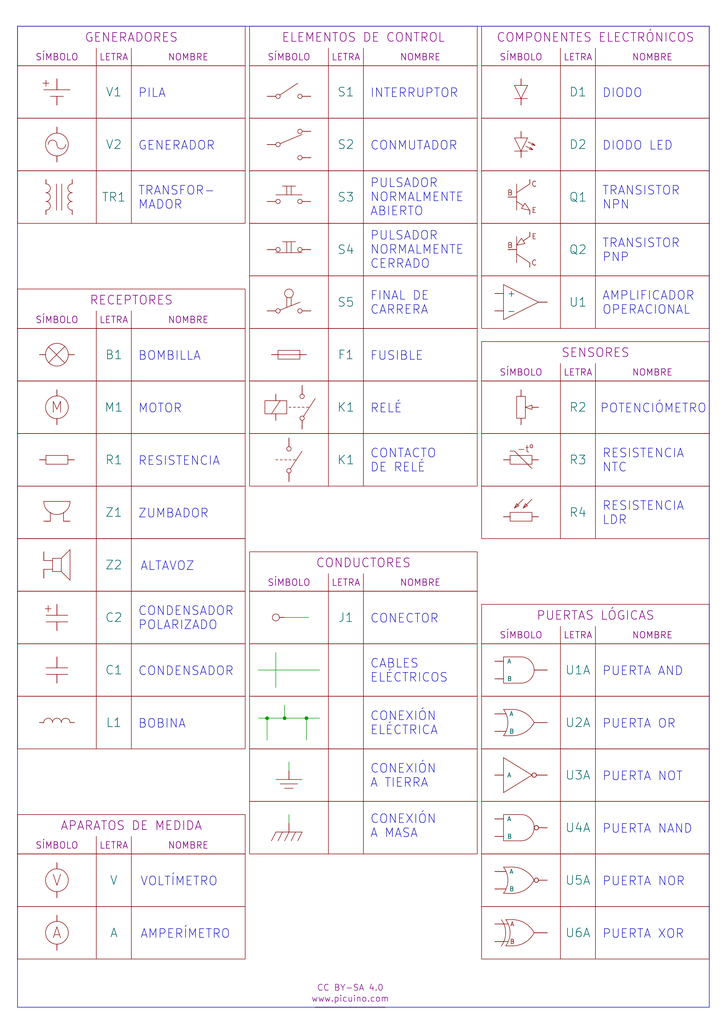
<source format=kicad_sch>
(kicad_sch (version 20230121) (generator eeschema)
  (paper "A4" portrait)
  (title_block (title "Símbolos eléctricos y electrónicos.") (date "23/10/2018") (company "www.picuino.com") (comment 1 "Copyright (c) 2018 by Carlos Pardo") (comment 2 "License CC BY-SA 4.0"))
  (lib_symbols
    (symbol "AO_1" (pin_names (offset 1.016))
      (property "Reference" "U1" (at 20.955 0 0))
      (symbol "AO_1_0_1"
        (polyline (pts (xy 0 5.08) (xy 0 -5.08) (xy 10.16 0) (xy 0 5.08)))
      )
      (symbol "AO_1_1_1"
        (pin output line (at 12.7 0 180) (length 2.54) (name "") (number ""))
        (pin input line (at -2.54 2.54 0) (length 2.54) (name "+") (number ""))
        (pin input line (at -2.54 -2.54 0) (length 2.54) (name "-") (number ""))
      )
    )
    (symbol "electric-simbolos-nombres-rescue:amperimetro-simbolos" (pin_names (offset 1.016))
      (property "Reference" "A" (at 5.08 -5.08 0))
      (symbol "amperimetro-simbolos_0_0"
        (text "A" (at 0 -5.08 0) (effects (font (size 3.175 3.175))))
      )
      (symbol "amperimetro-simbolos_0_1"
        (circle (center 0 -5.08) (radius 3.302))
      )
      (symbol "amperimetro-simbolos_1_1"
        (pin input line (at 0 -10.16 90) (length 1.778) (name "") (number ""))
        (pin input line (at 0 0 270) (length 1.778) (name "") (number ""))
      )
    )
    (symbol "electric-simbolos-nombres-rescue:condensador-simbolos" (pin_names (offset 1.016))
      (property "Reference" "C" (at 3.81 -4.445 0))
      (symbol "condensador-simbolos_0_1"
        (polyline (pts (xy -3.175 -3.175) (xy 3.175 -3.175)))
        (polyline (pts (xy 3.175 -5.08) (xy -3.175 -5.08)))
      )
      (symbol "condensador-simbolos_1_1"
        (pin input line (at 0 -7.62 90) (length 2.54) (name "") (number ""))
        (pin input line (at 0 0 270) (length 3.175) (name "") (number ""))
      )
    )
    (symbol "electric-simbolos-nombres-rescue:condensador_pol-simbolos" (pin_names (offset 1.016))
      (property "Reference" "C" (at 3.81 -4.445 0))
      (symbol "condensador_pol-simbolos_0_1"
        (polyline (pts (xy -3.175 -3.175) (xy 3.175 -3.175)))
        (polyline (pts (xy -2.54 -0.381) (xy -2.54 -2.159)))
        (polyline (pts (xy -1.651 -1.27) (xy -3.429 -1.27)))
        (polyline (pts (xy 3.175 -5.08) (xy -3.175 -5.08)))
      )
      (symbol "condensador_pol-simbolos_1_1"
        (pin input line (at 0 -7.62 90) (length 2.54) (name "") (number ""))
        (pin input line (at 0 0 270) (length 3.175) (name "") (number ""))
      )
    )
    (symbol "electric-simbolos-nombres-rescue:conector-simbolos" (pin_names (offset 1.016))
      (symbol "conector-simbolos_0_1"
        (circle (center 2.54 0) (radius 1.016))
      )
      (symbol "conector-simbolos_1_1"
        (pin input line (at 0 0 0) (length 1.524) (name "") (number ""))
      )
    )
    (symbol "electric-simbolos-nombres-rescue:diodo-simbolos" (pin_names (offset 1.016))
      (property "Reference" "D" (at 2.54 -3.81 0))
      (symbol "diodo-simbolos_0_1"
        (polyline (pts (xy 1.905 -5.715) (xy -1.905 -5.715)))
        (polyline (pts (xy 1.905 -1.905) (xy -1.905 -1.905) (xy 0 -5.715) (xy 1.905 -1.905)))
      )
      (symbol "diodo-simbolos_1_1"
        (pin input line (at 0 -7.62 90) (length 1.905) (name "") (number ""))
        (pin input line (at 0 0 270) (length 1.905) (name "") (number ""))
      )
    )
    (symbol "electric-simbolos-nombres-rescue:diodo_led-simbolos" (pin_names (offset 1.016))
      (property "Reference" "D" (at 5.08 -3.81 0))
      (symbol "diodo_led-simbolos_0_1"
        (polyline (pts (xy 1.397 -4.318) (xy 3.429 -5.334)))
        (polyline (pts (xy 1.905 -5.715) (xy -1.905 -5.715)))
        (polyline (pts (xy 2.032 -3.048) (xy 4.064 -4.064)))
        (polyline (pts (xy 3.429 -5.334) (xy 2.3622 -5.1816)))
        (polyline (pts (xy 3.429 -5.334) (xy 2.667 -4.572)))
        (polyline (pts (xy 4.064 -4.064) (xy 2.9972 -3.9116)))
        (polyline (pts (xy 4.064 -4.064) (xy 3.302 -3.302)))
        (polyline (pts (xy 1.905 -1.905) (xy -1.905 -1.905) (xy 0 -5.715) (xy 1.905 -1.905)))
      )
      (symbol "diodo_led-simbolos_1_1"
        (pin input line (at 0 -7.62 90) (length 1.905) (name "") (number ""))
        (pin input line (at 0 0 270) (length 1.905) (name "") (number ""))
      )
    )
    (symbol "electric-simbolos-nombres-rescue:final_carrera-simbolos" (pin_names (offset 1.016))
      (property "Reference" "S" (at 4.445 3.175 0))
      (symbol "final_carrera-simbolos_0_0"
        (polyline (pts (xy 5.715 1.016) (xy 5.715 3.937)))
        (polyline (pts (xy 6.985 1.524) (xy 6.985 3.937)))
        (polyline (pts (xy 9.525 2.54) (xy 3.81 0.254)))
        (circle (center 3.175 0) (radius 0.635))
        (circle (center 6.35 5.08) (radius 1.27))
        (circle (center 9.525 0) (radius 0.635))
      )
      (symbol "final_carrera-simbolos_1_1"
        (pin input line (at 0 0 0) (length 2.54) (name "") (number ""))
        (pin input line (at 12.7 0 180) (length 2.54) (name "") (number ""))
      )
    )
    (symbol "electric-simbolos-nombres-rescue:fusible-simbolos" (pin_names (offset 1.016))
      (property "Reference" "F" (at 1.905 -5.08 0))
      (symbol "fusible-simbolos_0_0"
        (polyline (pts (xy 0 -1.27) (xy 0 -8.89)))
      )
      (symbol "fusible-simbolos_0_1"
        (rectangle (start -1.27 -1.905) (end 1.27 -8.255))
      )
      (symbol "fusible-simbolos_1_1"
        (pin input line (at 0 -10.16 90) (length 1.905) (name "") (number ""))
        (pin input line (at 0 0 270) (length 1.905) (name "") (number ""))
      )
    )
    (symbol "electric-simbolos-nombres-rescue:generador-simbolos" (pin_names (offset 1.016))
      (property "Reference" "V" (at 4.445 -5.08 0))
      (symbol "generador-simbolos_0_0"
        (arc (start 0 -5.08) (mid -1.27 -3.8155) (end -2.54 -5.08))
        (arc (start 0 -5.08) (mid 1.27 -6.3445) (end 2.54 -5.08))
      )
      (symbol "generador-simbolos_0_1"
        (circle (center 0 -5.08) (radius 3.302))
      )
      (symbol "generador-simbolos_1_1"
        (pin input line (at 0 -10.16 90) (length 1.778) (name "") (number ""))
        (pin input line (at 0 0 270) (length 1.778) (name "") (number ""))
      )
    )
    (symbol "electric-simbolos-nombres-rescue:inductancia-simbolos" (pin_names (offset 1.016))
      (property "Reference" "L" (at 0.635 -5.08 0))
      (symbol "inductancia-simbolos_0_1"
        (arc (start 0 -6.35) (mid -1.2645 -7.62) (end 0 -8.89))
        (arc (start 0 -3.81) (mid -1.2645 -5.08) (end 0 -6.35))
        (arc (start 0 -1.27) (mid -1.2645 -2.54) (end 0 -3.81))
      )
      (symbol "inductancia-simbolos_1_1"
        (pin input line (at 0 -10.16 90) (length 1.27) (name "") (number ""))
        (pin input line (at 0 0 270) (length 1.27) (name "") (number ""))
      )
    )
    (symbol "electric-simbolos-nombres-rescue:lampara-simbolos" (pin_names (offset 1.016))
      (property "Reference" "L" (at 4.445 -5.08 0))
      (symbol "lampara-simbolos_0_1"
        (circle (center 0 -5.08) (radius 3.302))
        (polyline (pts (xy -2.286 -7.493) (xy 2.286 -2.921)))
        (polyline (pts (xy -2.286 -2.921) (xy 2.286 -7.493)))
      )
      (symbol "lampara-simbolos_1_1"
        (pin input line (at 0 -10.16 90) (length 1.778) (name "") (number ""))
        (pin input line (at 0 0 270) (length 1.778) (name "") (number ""))
      )
    )
    (symbol "electric-simbolos-nombres-rescue:logic_and-simbolos" (pin_names (offset 1.016))
      (property "Reference" "U1" (at 24.13 -2.54 0))
      (symbol "logic_and-simbolos_0_1"
        (polyline (pts (xy 7.62 1.27) (xy 2.54 1.27) (xy 2.54 -6.35) (xy 7.62 -6.35)))
        (arc (start 7.62 -6.35) (mid 11.4134 -2.54) (end 7.62 1.27))
      )
      (symbol "logic_and-simbolos_1_1"
        (pin output line (at 15.24 -2.54 180) (length 3.81) (name "") (number ""))
        (pin input line (at 0 0 0) (length 2.54) (name "A") (number ""))
        (pin input line (at 0 -5.08 0) (length 2.54) (name "B") (number ""))
      )
      (symbol "logic_and-simbolos_2_1"
        (pin input line (at 0 0 0) (length 2.54) (name "A") (number "4"))
        (pin input line (at 0 -5.08 0) (length 2.54) (name "B") (number "5"))
        (pin output line (at 15.24 -2.54 180) (length 3.81) (name "") (number "6"))
      )
      (symbol "logic_and-simbolos_3_1"
        (pin input line (at 0 -5.08 0) (length 2.54) (name "B") (number "10"))
        (pin output line (at 15.24 -2.54 180) (length 3.81) (name "") (number "8"))
        (pin input line (at 0 0 0) (length 2.54) (name "A") (number "9"))
      )
      (symbol "logic_and-simbolos_4_1"
        (pin output line (at 15.24 -2.54 180) (length 3.81) (name "") (number "11"))
        (pin input line (at 0 0 0) (length 2.54) (name "A") (number "12"))
        (pin input line (at 0 -5.08 0) (length 2.54) (name "B") (number "13"))
      )
    )
    (symbol "electric-simbolos-nombres-rescue:logic_nand-simbolos" (pin_names (offset 1.016))
      (property "Reference" "U4" (at 24.13 -2.54 0))
      (symbol "logic_nand-simbolos_0_1"
        (polyline (pts (xy 7.62 1.27) (xy 2.54 1.27) (xy 2.54 -6.35) (xy 7.62 -6.35)))
        (arc (start 7.62 -6.35) (mid 11.4134 -2.54) (end 7.62 1.27))
      )
      (symbol "logic_nand-simbolos_1_1"
        (pin output inverted (at 15.24 -2.54 180) (length 3.81) (name "") (number ""))
        (pin input line (at 0 0 0) (length 2.54) (name "A") (number ""))
        (pin input line (at 0 -5.08 0) (length 2.54) (name "B") (number ""))
      )
      (symbol "logic_nand-simbolos_2_1"
        (pin input line (at 0 0 0) (length 2.54) (name "A") (number "4"))
        (pin input line (at 0 -5.08 0) (length 2.54) (name "B") (number "5"))
        (pin output inverted (at 15.24 -2.54 180) (length 3.81) (name "") (number "6"))
      )
      (symbol "logic_nand-simbolos_3_1"
        (pin input line (at 0 -5.08 0) (length 2.54) (name "B") (number "10"))
        (pin output inverted (at 15.24 -2.54 180) (length 3.81) (name "") (number "8"))
        (pin input line (at 0 0 0) (length 2.54) (name "A") (number "9"))
      )
      (symbol "logic_nand-simbolos_4_1"
        (pin output inverted (at 15.24 -2.54 180) (length 3.81) (name "") (number "11"))
        (pin input line (at 0 0 0) (length 2.54) (name "A") (number "12"))
        (pin input line (at 0 -5.08 0) (length 2.54) (name "B") (number "13"))
      )
    )
    (symbol "electric-simbolos-nombres-rescue:logic_nor-simbolos" (pin_names (offset 1.016))
      (property "Reference" "U5" (at 24.13 -2.54 0))
      (symbol "logic_nor-simbolos_0_1"
        (polyline (pts (xy 2.54 -6.35) (xy 5.08 -6.35)))
        (polyline (pts (xy 5.08 1.27) (xy 2.54 1.27)))
        (arc (start 2.54 -6.35) (mid 3.81 -2.54) (end 2.54 1.27))
        (arc (start 5.08 -6.35) (mid 8.784 -5.3291) (end 11.43 -2.54))
        (arc (start 11.43 -2.54) (mid 8.7865 0.2471) (end 5.08 1.27))
      )
      (symbol "logic_nor-simbolos_1_1"
        (pin output inverted (at 15.24 -2.54 180) (length 3.81) (name "") (number ""))
        (pin input line (at 0 0 0) (length 3.175) (name "A") (number ""))
        (pin input line (at 0 -5.08 0) (length 3.175) (name "B") (number ""))
      )
      (symbol "logic_nor-simbolos_2_1"
        (pin input line (at 0 0 0) (length 3.175) (name "A") (number "4"))
        (pin input line (at 0 -5.08 0) (length 3.175) (name "B") (number "5"))
        (pin output inverted (at 15.24 -2.54 180) (length 3.81) (name "") (number "6"))
      )
      (symbol "logic_nor-simbolos_3_1"
        (pin input line (at 0 -5.08 0) (length 3.175) (name "B") (number "10"))
        (pin output inverted (at 15.24 -2.54 180) (length 3.81) (name "") (number "8"))
        (pin input line (at 0 0 0) (length 3.175) (name "A") (number "9"))
      )
      (symbol "logic_nor-simbolos_4_1"
        (pin output inverted (at 15.24 -2.54 180) (length 3.81) (name "") (number "11"))
        (pin input line (at 0 0 0) (length 3.175) (name "A") (number "12"))
        (pin input line (at 0 -5.08 0) (length 3.175) (name "B") (number "13"))
      )
    )
    (symbol "electric-simbolos-nombres-rescue:logic_not-simbolos" (pin_names (offset 1.016))
      (property "Reference" "U3" (at 24.13 -2.54 0))
      (symbol "logic_not-simbolos_0_1"
        (polyline (pts (xy 2.54 2.54) (xy 10.795 -2.54) (xy 2.54 -7.62) (xy 2.54 2.54)))
      )
      (symbol "logic_not-simbolos_1_1"
        (pin output inverted (at 15.24 -2.54 180) (length 4.445) (name "") (number ""))
        (pin input line (at 0 -2.54 0) (length 2.54) (name "A") (number ""))
      )
      (symbol "logic_not-simbolos_2_1"
        (pin input line (at 0 -2.54 0) (length 2.54) (name "A") (number "4"))
        (pin output inverted (at 15.24 -2.54 180) (length 4.445) (name "") (number "6"))
      )
      (symbol "logic_not-simbolos_3_1"
        (pin output inverted (at 15.24 -2.54 180) (length 4.445) (name "") (number "8"))
        (pin input line (at 0 -2.54 0) (length 2.54) (name "A") (number "9"))
      )
      (symbol "logic_not-simbolos_4_1"
        (pin output inverted (at 15.24 -2.54 180) (length 4.445) (name "") (number "11"))
        (pin input line (at 0 -2.54 0) (length 2.54) (name "A") (number "12"))
      )
    )
    (symbol "electric-simbolos-nombres-rescue:logic_or-simbolos" (pin_names (offset 1.016))
      (property "Reference" "U2" (at 24.13 -2.54 0))
      (symbol "logic_or-simbolos_0_1"
        (polyline (pts (xy 2.54 -6.35) (xy 5.08 -6.35)))
        (polyline (pts (xy 5.08 1.27) (xy 2.54 1.27)))
        (arc (start 2.54 -6.35) (mid 3.81 -2.54) (end 2.54 1.27))
        (arc (start 5.08 -6.35) (mid 8.784 -5.3291) (end 11.43 -2.54))
        (arc (start 11.43 -2.54) (mid 8.7865 0.2471) (end 5.08 1.27))
      )
      (symbol "logic_or-simbolos_1_1"
        (pin output line (at 15.24 -2.54 180) (length 3.81) (name "") (number ""))
        (pin input line (at 0 0 0) (length 3.175) (name "A") (number ""))
        (pin input line (at 0 -5.08 0) (length 3.175) (name "B") (number ""))
      )
      (symbol "logic_or-simbolos_2_1"
        (pin input line (at 0 0 0) (length 3.175) (name "A") (number "4"))
        (pin input line (at 0 -5.08 0) (length 3.175) (name "B") (number "5"))
        (pin output line (at 15.24 -2.54 180) (length 3.81) (name "") (number "6"))
      )
      (symbol "logic_or-simbolos_3_1"
        (pin input line (at 0 -5.08 0) (length 3.175) (name "B") (number "10"))
        (pin output line (at 15.24 -2.54 180) (length 3.81) (name "") (number "8"))
        (pin input line (at 0 0 0) (length 3.175) (name "A") (number "9"))
      )
      (symbol "logic_or-simbolos_4_1"
        (pin output line (at 15.24 -2.54 180) (length 3.81) (name "") (number "11"))
        (pin input line (at 0 0 0) (length 3.175) (name "A") (number "12"))
        (pin input line (at 0 -5.08 0) (length 3.175) (name "B") (number "13"))
      )
    )
    (symbol "electric-simbolos-nombres-rescue:logic_xor-simbolos" (pin_names (offset 1.016))
      (property "Reference" "U6" (at 24.13 -2.54 0))
      (symbol "logic_xor-simbolos_0_0"
        (text "A" (at 5.08 0 0) (effects (font (size 1.27 1.27))))
        (text "B" (at 5.08 -5.08 0) (effects (font (size 1.27 1.27))))
      )
      (symbol "logic_xor-simbolos_0_1"
        (polyline (pts (xy 3.175 -6.35) (xy 5.08 -6.35)))
        (polyline (pts (xy 3.175 1.27) (xy 5.08 1.27)))
        (polyline (pts (xy 3.81 -5.08) (xy 2.54 -5.08)))
        (polyline (pts (xy 3.81 0) (xy 2.54 0)))
        (arc (start 1.905 -6.35) (mid 3.175 -2.54) (end 1.905 1.27))
        (arc (start 3.175 -6.35) (mid 4.445 -2.54) (end 3.175 1.27))
        (arc (start 5.08 -6.35) (mid 8.784 -5.3291) (end 11.43 -2.54))
        (arc (start 11.43 -2.54) (mid 8.7865 0.2471) (end 5.08 1.27))
      )
      (symbol "logic_xor-simbolos_1_1"
        (pin input line (at 0 -5.08 0) (length 2.54) (name "") (number ""))
        (pin input line (at 0 0 0) (length 2.54) (name "") (number ""))
        (pin output line (at 15.24 -2.54 180) (length 3.81) (name "") (number ""))
      )
      (symbol "logic_xor-simbolos_2_1"
        (pin input line (at 0 0 0) (length 2.54) (name "") (number "4"))
        (pin input line (at 0 -5.08 0) (length 2.54) (name "") (number "5"))
        (pin output line (at 15.24 -2.54 180) (length 3.81) (name "") (number "6"))
      )
      (symbol "logic_xor-simbolos_3_1"
        (pin input line (at 0 -5.08 0) (length 2.54) (name "") (number "10"))
        (pin output line (at 15.24 -2.54 180) (length 3.81) (name "") (number "8"))
        (pin input line (at 0 0 0) (length 2.54) (name "") (number "9"))
      )
      (symbol "logic_xor-simbolos_4_1"
        (pin output line (at 15.24 -2.54 180) (length 3.81) (name "") (number "11"))
        (pin input line (at 0 0 0) (length 2.54) (name "") (number "12"))
        (pin input line (at 0 -5.08 0) (length 2.54) (name "") (number "13"))
      )
    )
    (symbol "electric-simbolos-nombres-rescue:marco_1-simbolos" (pin_names (offset 1.016))
      (symbol "marco_1-simbolos_0_1"
        (polyline (pts (xy 22.86 0) (xy 33.02 0) (xy 33.02 -15.24) (xy 22.86 -15.24)))
        (polyline (pts (xy 33.02 0) (xy 66.04 0) (xy 66.04 -15.24) (xy 33.02 -15.24)))
        (polyline (pts (xy 0 0) (xy 0 -15.24) (xy 22.86 -15.24) (xy 22.86 0) (xy 0 0)))
      )
    )
    (symbol "electric-simbolos-nombres-rescue:marco_2-simbolos" (pin_names (offset 1.016))
      (property "Field4" "TIPO" (at 33.02 -4.445 0))
      (property "Field5" "SÍMBOLO" (at 11.43 -11.43 0))
      (property "Field6" "LETRA" (at 27.94 -11.43 0))
      (property "Field7" "NOMBRE" (at 48.26 -11.43 0))
      (symbol "marco_2-simbolos_0_1"
        (polyline (pts (xy 22.86 -12.7) (xy 33.02 -12.7) (xy 33.02 -7.62)))
        (polyline (pts (xy 33.02 -12.7) (xy 66.04 -12.7) (xy 66.04 -7.62)))
        (polyline (pts (xy 0 -7.62) (xy 0 -12.7) (xy 22.86 -12.7) (xy 22.86 -7.62)))
        (polyline (pts (xy 66.04 -7.62) (xy 66.04 -1.27) (xy 0 -1.27) (xy 0 -7.62)))
      )
    )
    (symbol "electric-simbolos-nombres-rescue:masa-simbolos" (pin_names (offset 1.016))
      (symbol "masa-simbolos_0_0"
        (polyline (pts (xy -3.81 -2.54) (xy -5.08 -5.08)))
        (polyline (pts (xy -3.81 -2.54) (xy 3.81 -2.54)))
        (polyline (pts (xy -1.905 -2.54) (xy -3.175 -5.08)))
        (polyline (pts (xy 0 -2.54) (xy -1.27 -5.08)))
        (polyline (pts (xy 1.905 -2.54) (xy 0.635 -5.08)))
        (polyline (pts (xy 3.81 -2.54) (xy 2.54 -5.08)))
      )
      (symbol "masa-simbolos_1_1"
        (pin input line (at 0 0 270) (length 2.54) (name "") (number ""))
      )
    )
    (symbol "electric-simbolos-nombres-rescue:motor-simbolos" (pin_names (offset 1.016))
      (property "Reference" "M" (at 4.445 -5.08 0))
      (symbol "motor-simbolos_0_0"
        (text "M" (at 0 -5.08 0) (effects (font (size 3.175 3.175))))
      )
      (symbol "motor-simbolos_0_1"
        (circle (center 0 -5.08) (radius 3.302))
      )
      (symbol "motor-simbolos_1_1"
        (pin input line (at 0 -10.16 90) (length 1.778) (name "") (number ""))
        (pin input line (at 0 0 270) (length 1.778) (name "") (number ""))
      )
    )
    (symbol "electric-simbolos-nombres-rescue:pulsador_na-simbolos" (pin_names (offset 1.016))
      (property "Reference" "S" (at 1.905 3.175 0))
      (symbol "pulsador_na-simbolos_0_0"
        (polyline (pts (xy 2.54 1.905) (xy 10.16 1.905)))
        (polyline (pts (xy 4.445 4.445) (xy 8.255 4.445)))
        (polyline (pts (xy 5.715 1.905) (xy 5.715 4.445)))
        (polyline (pts (xy 6.985 4.445) (xy 6.985 1.905)))
        (circle (center 3.175 0) (radius 0.635))
        (circle (center 9.525 0) (radius 0.635))
      )
      (symbol "pulsador_na-simbolos_1_1"
        (pin input line (at 0 0 0) (length 2.54) (name "") (number ""))
        (pin input line (at 12.7 0 180) (length 2.54) (name "") (number ""))
      )
    )
    (symbol "electric-simbolos-nombres-rescue:pulsador_nc-simbolos" (pin_names (offset 1.016))
      (property "Reference" "S" (at 3.81 3.175 0))
      (symbol "pulsador_nc-simbolos_0_0"
        (polyline (pts (xy 2.54 -0.889) (xy 10.16 -0.889)))
        (polyline (pts (xy 4.445 2.286) (xy 8.255 2.286)))
        (polyline (pts (xy 5.715 -0.889) (xy 5.715 2.286)))
        (polyline (pts (xy 6.985 -0.889) (xy 6.985 2.286)))
        (circle (center 3.175 0) (radius 0.635))
        (circle (center 9.525 0) (radius 0.635))
      )
      (symbol "pulsador_nc-simbolos_1_1"
        (pin input line (at 0 0 0) (length 2.54) (name "") (number ""))
        (pin input line (at 12.7 0 180) (length 2.54) (name "") (number ""))
      )
    )
    (symbol "electric-simbolos-nombres-rescue:rele-simbolos" (pin_names (offset 1.016))
      (property "Reference" "K" (at -4.445 -3.81 0))
      (symbol "rele-simbolos_0_0"
        (rectangle (start -3.175 -1.905) (end 3.175 -5.715))
        (polyline (pts (xy 1.27 -1.905) (xy -1.27 -5.715)))
        (polyline (pts (xy 3.81 -3.81) (xy 4.445 -3.81)))
        (polyline (pts (xy 5.08 -3.81) (xy 5.715 -3.81)))
        (polyline (pts (xy 6.35 -3.81) (xy 6.985 -3.81)))
        (polyline (pts (xy 7.62 -3.81) (xy 8.255 -3.81)))
        (polyline (pts (xy 8.89 -3.81) (xy 9.525 -3.81)))
      )
      (symbol "rele-simbolos_1_0"
        (polyline (pts (xy 11.43 -1.27) (xy 8.001 -6.477)))
        (circle (center 7.62 -6.985) (radius 0.635))
        (circle (center 7.62 -0.635) (radius 0.635))
      )
      (symbol "rele-simbolos_1_1"
        (pin input line (at 0 -7.62 90) (length 1.905) (name "") (number ""))
        (pin input line (at 0 0 270) (length 1.905) (name "") (number ""))
        (pin input line (at 7.62 -10.16 90) (length 2.54) (name "") (number ""))
        (pin input line (at 7.62 2.54 270) (length 2.54) (name "") (number ""))
      )
    )
    (symbol "electric-simbolos-nombres-rescue:rele_contacto-simbolos" (pin_names (offset 1.016))
      (property "Reference" "K" (at 1.27 -1.27 0))
      (symbol "rele_contacto-simbolos_0_0"
        (polyline (pts (xy -3.81 -6.35) (xy -3.175 -6.35)))
        (polyline (pts (xy -2.54 -6.35) (xy -1.905 -6.35)))
        (polyline (pts (xy -1.27 -6.35) (xy -0.635 -6.35)))
        (polyline (pts (xy 0 -6.35) (xy 0.635 -6.35)))
        (polyline (pts (xy 1.27 -6.35) (xy 1.905 -6.35)))
      )
      (symbol "rele_contacto-simbolos_1_0"
        (circle (center 0 -9.525) (radius 0.635))
        (circle (center 0 -3.175) (radius 0.635))
        (polyline (pts (xy 3.81 -3.81) (xy 0.381 -9.017)))
      )
      (symbol "rele_contacto-simbolos_1_1"
        (pin input line (at 0 -12.7 90) (length 2.54) (name "") (number ""))
        (pin input line (at 0 0 270) (length 2.54) (name "") (number ""))
      )
    )
    (symbol "electric-simbolos-nombres-rescue:resistencia-simbolos" (pin_names (offset 1.016))
      (property "Reference" "R" (at 1.905 -5.08 0))
      (symbol "resistencia-simbolos_0_1"
        (rectangle (start -1.27 -1.905) (end 1.27 -8.255))
      )
      (symbol "resistencia-simbolos_1_1"
        (pin input line (at 0 -10.16 90) (length 1.905) (name "") (number ""))
        (pin input line (at 0 0 270) (length 1.905) (name "") (number ""))
      )
    )
    (symbol "electric-simbolos-nombres-rescue:selector-simbolos" (pin_names (offset 1.016))
      (property "Reference" "S" (at 4.445 3.175 0))
      (symbol "selector-simbolos_0_0"
        (circle (center 3.175 0) (radius 0.635))
        (circle (center 9.525 -3.81) (radius 0.635))
        (circle (center 9.525 3.81) (radius 0.635))
      )
      (symbol "selector-simbolos_0_1"
        (polyline (pts (xy 10.16 2.921) (xy 3.81 0.254)))
      )
      (symbol "selector-simbolos_1_1"
        (pin input line (at 0 0 0) (length 2.54) (name "") (number ""))
        (pin input line (at 12.7 -3.81 180) (length 2.54) (name "") (number ""))
        (pin input line (at 12.7 3.81 180) (length 2.54) (name "") (number ""))
      )
    )
    (symbol "electric-simbolos-nombres-rescue:switch-simbolos" (pin_names (offset 1.016))
      (property "Reference" "S" (at 4.445 3.175 0))
      (symbol "switch-simbolos_0_0"
        (polyline (pts (xy 8.89 3.81) (xy 3.683 0.381)))
        (circle (center 3.175 0) (radius 0.635))
        (circle (center 9.525 0) (radius 0.635))
      )
      (symbol "switch-simbolos_1_1"
        (pin input line (at 0 0 0) (length 2.54) (name "") (number ""))
        (pin input line (at 12.7 0 180) (length 2.54) (name "") (number ""))
      )
    )
    (symbol "simbolos-electricos:CopyRight" (pin_names (offset 1.016))
      (property "License" "CC BY-SA 4.0" (at -1.27 -1.27 0))
      (property "Web" "www.picuino.com" (at 0 -1.27 0))
      (symbol "CopyRight_0_1"
        (polyline (pts (xy -10.16 0) (xy 10.16 0)) (stroke (width 0.2032)))
      )
    )
    (symbol "simbolos-electricos:LDR" (pin_names (offset 1.016))
      (property "Reference" "R" (at 1.905 -5.08 0))
      (symbol "LDR_0_1"
        (rectangle (start -1.27 -1.905) (end 1.27 -8.255))
        (polyline (pts (xy -2.54 -6.985) (xy -5.08 -4.445)))
        (polyline (pts (xy -2.54 -4.445) (xy -5.08 -1.905)))
        (polyline (pts (xy -2.54 -6.985) (xy -3.175 -5.715) (xy -3.81 -6.35) (xy -2.54 -6.985)))
        (polyline (pts (xy -2.54 -4.445) (xy -3.175 -3.175) (xy -3.81 -3.81) (xy -2.54 -4.445)))
      )
      (symbol "LDR_1_1"
        (pin input line (at 0 -10.16 90) (length 1.905) (name "") (number ""))
        (pin input line (at 0 0 270) (length 1.905) (name "") (number ""))
      )
    )
    (symbol "simbolos-electricos:NPN" (pin_names (offset 1.016))
      (property "Reference" "Q1" (at 11.43 -5.08 0))
      (symbol "NPN_0_0"
        (polyline (pts (xy 4.445 -7.62) (xy 2.54 -6.35)))
        (text "C" (at 7.62 -1.27 0) (effects (font (size 1.524 1.524))))
        (text "E" (at 7.62 -8.89 0) (effects (font (size 1.524 1.524))))
      )
      (symbol "NPN_0_1"
        (polyline (pts (xy 2.54 -3.81) (xy 6.35 -1.27)))
        (polyline (pts (xy 2.54 -1.27) (xy 2.54 -8.89)))
        (polyline (pts (xy 4.953 -6.858) (xy 3.937 -8.382) (xy 6.35 -8.89) (xy 4.953 -6.858)))
      )
      (symbol "NPN_1_0"
        (text "B" (at 0.635 -3.81 0) (effects (font (size 1.524 1.524))))
      )
      (symbol "NPN_1_1"
        (pin input line (at 0 -5.08 0) (length 2.54) (name "") (number ""))
        (pin input line (at 6.35 -10.16 90) (length 1.27) (name "") (number ""))
        (pin input line (at 6.35 0 270) (length 1.27) (name "") (number ""))
      )
    )
    (symbol "simbolos-electricos:NTC" (pin_names (offset 1.016))
      (property "Reference" "R" (at 1.905 -5.08 0))
      (symbol "NTC_0_1"
        (rectangle (start -1.27 -1.905) (end 1.27 -8.255))
      )
      (symbol "NTC_1_0"
        (polyline (pts (xy -2.54 -8.255) (xy -2.54 -6.985) (xy 2.54 -1.905)))
        (text "-tº" (at -3.175 -3.81 900) (effects (font (size 1.905 1.905))))
      )
      (symbol "NTC_1_1"
        (pin input line (at 0 -10.16 90) (length 1.905) (name "") (number ""))
        (pin input line (at 0 0 270) (length 1.905) (name "") (number ""))
      )
    )
    (symbol "simbolos-electricos:PNP" (pin_names (offset 1.016))
      (property "Reference" "Q2" (at 20.32 -5.08 0))
      (symbol "PNP_0_0"
        (polyline (pts (xy 4.445 -2.54) (xy 6.35 -1.27)))
        (text "B" (at 0.635 -3.81 0) (effects (font (size 1.524 1.524))))
        (text "C" (at 7.62 -8.89 0) (effects (font (size 1.524 1.524))))
        (text "E" (at 7.62 -1.27 0) (effects (font (size 1.524 1.524))))
      )
      (symbol "PNP_0_1"
        (polyline (pts (xy 2.54 -1.27) (xy 2.54 -8.89)))
        (polyline (pts (xy 6.35 -8.89) (xy 2.54 -6.35)))
        (polyline (pts (xy 4.953 -3.302) (xy 3.937 -1.778) (xy 2.54 -3.81) (xy 4.953 -3.302)))
      )
      (symbol "PNP_1_1"
        (pin input line (at 0 -5.08 0) (length 2.54) (name "") (number ""))
        (pin input line (at 6.35 -10.16 90) (length 1.27) (name "") (number ""))
        (pin input line (at 6.35 0 270) (length 1.27) (name "") (number ""))
      )
    )
    (symbol "simbolos-electricos:Pila" (pin_names (offset 1.016))
      (property "Reference" "V" (at 5.08 -4.445 0))
      (symbol "Pila_0_1"
        (polyline (pts (xy -4.064 -1.27) (xy -2.286 -1.27)))
        (polyline (pts (xy -3.81 -3.175) (xy 3.81 -3.175)))
        (polyline (pts (xy -3.175 -0.381) (xy -3.175 -2.159)))
        (polyline (pts (xy -1.905 -5.08) (xy 1.905 -5.08)))
      )
      (symbol "Pila_1_1"
        (pin input line (at 0 -7.62 90) (length 2.54) (name "") (number ""))
        (pin input line (at 0 0 270) (length 3.175) (name "") (number ""))
      )
    )
    (symbol "simbolos-electricos:altavoz" (pin_names (offset 1.016))
      (property "Reference" "Z" (at 5.715 0.635 0))
      (symbol "altavoz_0_0"
        (polyline (pts (xy 0 -5.08) (xy 2.54 -5.08)))
        (polyline (pts (xy 0 -2.54) (xy 2.54 -2.54)))
        (polyline (pts (xy 5.08 -1.905) (xy 7.62 0.635) (xy 7.62 -8.255) (xy 5.08 -5.715)))
        (rectangle (start 2.54 -1.905) (end 5.08 -5.715))
      )
      (symbol "altavoz_1_1"
        (pin input line (at 0 -7.62 90) (length 2.54) (name "") (number ""))
        (pin input line (at 0 0 270) (length 2.54) (name "") (number ""))
      )
    )
    (symbol "simbolos-electricos:potenciometro" (pin_names (offset 1.016))
      (property "Reference" "R" (at 1.905 -1.905 0))
      (symbol "potenciometro_0_1"
        (rectangle (start -1.27 -1.905) (end 1.27 -8.255))
        (polyline (pts (xy 1.27 -5.08) (xy 3.175 -4.445) (xy 3.175 -5.715) (xy 1.27 -5.08)))
      )
      (symbol "potenciometro_1_1"
        (pin input line (at 0 -10.16 90) (length 1.905) (name "") (number ""))
        (pin input line (at 0 0 270) (length 1.905) (name "") (number ""))
        (pin input line (at 5.08 -5.08 180) (length 1.905) (name "") (number ""))
      )
    )
    (symbol "simbolos-electricos:tierra" (pin_names (offset 1.016))
      (symbol "tierra_0_0"
        (polyline (pts (xy -3.81 -2.54) (xy 3.81 -2.54)))
        (polyline (pts (xy -2.54 -3.81) (xy 2.54 -3.81)))
        (polyline (pts (xy -1.27 -5.08) (xy 1.27 -5.08)))
      )
      (symbol "tierra_1_1"
        (pin input line (at 0 0 270) (length 2.54) (name "") (number ""))
      )
    )
    (symbol "simbolos-electricos:transformador" (pin_names (offset 1.016))
      (property "Reference" "TR" (at 8.89 -5.08 0))
      (symbol "transformador_0_1"
        (arc (start 0 -8.89) (mid 1.2645 -7.62) (end 0 -6.35))
        (arc (start 0 -6.35) (mid 1.2645 -5.08) (end 0 -3.81))
        (arc (start 0 -3.81) (mid 1.2645 -2.54) (end 0 -1.27))
        (polyline (pts (xy 3.048 -1.27) (xy 3.048 -8.89)))
        (polyline (pts (xy 4.572 -1.27) (xy 4.572 -8.89)))
        (arc (start 7.62 -6.35) (mid 6.3555 -7.62) (end 7.62 -8.89))
        (arc (start 7.62 -3.81) (mid 6.3555 -5.08) (end 7.62 -6.35))
        (arc (start 7.62 -1.27) (mid 6.3555 -2.54) (end 7.62 -3.81))
      )
      (symbol "transformador_1_1"
        (pin input line (at 0 -10.16 90) (length 1.27) (name "") (number ""))
        (pin input line (at 0 0 270) (length 1.27) (name "") (number ""))
        (pin input line (at 7.62 -10.16 90) (length 1.27) (name "") (number ""))
        (pin input line (at 7.62 0 270) (length 1.27) (name "") (number ""))
      )
    )
    (symbol "simbolos-electricos:voltimetro" (pin_names (offset 1.016))
      (property "Reference" "V" (at 5.08 -5.08 0))
      (symbol "voltimetro_0_0"
        (text "V" (at 0 -5.08 0) (effects (font (size 3.175 3.175))))
      )
      (symbol "voltimetro_0_1"
        (circle (center 0 -5.08) (radius 3.302))
      )
      (symbol "voltimetro_1_1"
        (pin input line (at 0 -10.16 90) (length 1.778) (name "") (number ""))
        (pin input line (at 0 0 270) (length 1.778) (name "") (number ""))
      )
    )
    (symbol "simbolos-electricos:zumbador" (pin_names (offset 1.016))
      (property "Reference" "Z" (at 3.81 8.255 0))
      (symbol "zumbador_0_0"
        (polyline (pts (xy 0 5.715) (xy 7.62 5.715)))
        (polyline (pts (xy 1.905 0) (xy 1.905 2.54)))
        (polyline (pts (xy 5.715 0) (xy 5.715 2.54)))
        (arc (start 0 5.715) (mid 3.81 1.9216) (end 7.62 5.715))
      )
      (symbol "zumbador_1_1"
        (pin input line (at 0 0 0) (length 1.905) (name "") (number ""))
        (pin input line (at 7.62 0 180) (length 1.905) (name "") (number ""))
      )
    )
  )
  (junction (at 82.55 208.28))
  (junction (at 77.47 208.28))
  (junction (at 88.9 208.28))
  (polyline (pts (xy 205.74 292.1) (xy 205.74 7.62)))
  (wire (pts (xy 88.9 208.28) (xy 92.71 208.28)))
  (wire (pts (xy 74.93 194.31) (xy 92.71 194.31)))
  (wire (pts (xy 77.47 214.63) (xy 77.47 208.28)))
  (polyline (pts (xy 5.08 7.62) (xy 205.74 7.62)))
  (wire (pts (xy 82.55 179.07) (xy 89.535 179.07)))
  (wire (pts (xy 82.55 208.28) (xy 82.55 204.47)))
  (polyline (pts (xy 5.08 292.1) (xy 5.08 7.62)))
  (wire (pts (xy 74.93 208.28) (xy 77.47 208.28)))
  (wire (pts (xy 83.82 223.52) (xy 83.82 220.98)))
  (wire (pts (xy 83.82 238.76) (xy 83.82 236.22)))
  (wire (pts (xy 77.47 208.28) (xy 82.55 208.28)))
  (wire (pts (xy 88.9 214.63) (xy 88.9 208.28)))
  (polyline (pts (xy 5.08 292.1) (xy 205.74 292.1)))
  (wire (pts (xy 80.01 189.23) (xy 80.01 199.39)))
  (wire (pts (xy 82.55 208.28) (xy 88.9 208.28)))
  (text "BOMBILLA" (at 40.005 104.775 0) (effects (font (size 2.54 2.54)) (justify left bottom)))
  (text "PUERTA NAND" (at 174.625 241.935 0) (effects (font (size 2.54 2.54)) (justify left bottom)))
  (text "RELÉ" (at 107.315 120.015 0) (effects (font (size 2.54 2.54)) (justify left bottom)))
  (text "AMPLIFICADOR\nOPERACIONAL\n" (at 174.625 91.44 0) (effects (font (size 2.54 2.54)) (justify left bottom)))
  (text "PUERTA NOR" (at 174.625 257.175 0) (effects (font (size 2.54 2.54)) (justify left bottom)))
  (text "FUSIBLE" (at 107.315 104.775 0) (effects (font (size 2.54 2.54)) (justify left bottom)))
  (text "POTENCIÓMETRO" (at 173.99 120.015 0) (effects (font (size 2.54 2.54)) (justify left bottom)))
  (text "CONMUTADOR" (at 107.315 43.815 0) (effects (font (size 2.54 2.54)) (justify left bottom)))
  (text "TRANSISTOR\nPNP" (at 174.625 76.2 0) (effects (font (size 2.54 2.54)) (justify left bottom)))
  (text "CONEXIÓN\nA TIERRA\n" (at 107.315 228.6 0) (effects (font (size 2.54 2.54)) (justify left bottom)))
  (text "INTERRUPTOR" (at 107.315 28.575 0) (effects (font (size 2.54 2.54)) (justify left bottom)))
  (text "PUERTA OR" (at 174.625 211.455 0) (effects (font (size 2.54 2.54)) (justify left bottom)))
  (text "CONDENSADOR\nPOLARIZADO" (at 40.005 182.88 0) (effects (font (size 2.54 2.54)) (justify left bottom)))
  (text "ALTAVOZ" (at 40.64 165.735 0) (effects (font (size 2.54 2.54)) (justify left bottom)))
  (text "PILA" (at 40.005 28.575 0) (effects (font (size 2.54 2.54)) (justify left bottom)))
  (text "CONEXIÓN\nELÉCTRICA\n" (at 107.315 213.36 0) (effects (font (size 2.54 2.54)) (justify left bottom)))
  (text "MOTOR" (at 40.005 120.015 0) (effects (font (size 2.54 2.54)) (justify left bottom)))
  (text "DIODO" (at 174.625 28.575 0) (effects (font (size 2.54 2.54)) (justify left bottom)))
  (text "CABLES\nELÉCTRICOS\n" (at 107.315 198.12 0) (effects (font (size 2.54 2.54)) (justify left bottom)))
  (text "CONTACTO\nDE RELÉ" (at 107.315 137.16 0) (effects (font (size 2.54 2.54)) (justify left bottom)))
  (text "BOBINA" (at 40.005 211.455 0) (effects (font (size 2.54 2.54)) (justify left bottom)))
  (text "CONEXIÓN\nA MASA\n" (at 107.315 243.205 0) (effects (font (size 2.54 2.54)) (justify left bottom)))
  (text "DIODO LED" (at 174.625 43.815 0) (effects (font (size 2.54 2.54)) (justify left bottom)))
  (text "PUERTA AND" (at 174.625 196.215 0) (effects (font (size 2.54 2.54)) (justify left bottom)))
  (text "RESISTENCIA\nNTC" (at 174.625 137.16 0) (effects (font (size 2.54 2.54)) (justify left bottom)))
  (text "PULSADOR\nNORMALMENTE\nABIERTO" (at 107.315 62.865 0) (effects (font (size 2.54 2.54)) (justify left bottom)))
  (text "RESISTENCIA\nLDR" (at 174.625 152.4 0) (effects (font (size 2.54 2.54)) (justify left bottom)))
  (text "RESISTENCIA" (at 40.005 135.255 0) (effects (font (size 2.54 2.54)) (justify left bottom)))
  (text "ZUMBADOR\n" (at 40.005 150.495 0) (effects (font (size 2.54 2.54)) (justify left bottom)))
  (text "GENERADOR" (at 40.005 43.815 0) (effects (font (size 2.54 2.54)) (justify left bottom)))
  (text "AMPERÍMETRO" (at 40.64 272.415 0) (effects (font (size 2.54 2.54)) (justify left bottom)))
  (text "CONECTOR\n" (at 107.315 180.975 0) (effects (font (size 2.54 2.54)) (justify left bottom)))
  (text "PUERTA NOT" (at 174.625 226.695 0) (effects (font (size 2.54 2.54)) (justify left bottom)))
  (text "PULSADOR\nNORMALMENTE\nCERRADO" (at 107.315 78.105 0) (effects (font (size 2.54 2.54)) (justify left bottom)))
  (text "PUERTA XOR" (at 174.625 272.415 0) (effects (font (size 2.54 2.54)) (justify left bottom)))
  (text "TRANSISTOR\nNPN" (at 174.625 60.96 0) (effects (font (size 2.54 2.54)) (justify left bottom)))
  (text "FINAL DE\nCARRERA" (at 107.315 91.44 0) (effects (font (size 2.54 2.54)) (justify left bottom)))
  (text "CONDENSADOR" (at 40.005 196.215 0) (effects (font (size 2.54 2.54)) (justify left bottom)))
  (text "TRANSFOR-\nMADOR" (at 40.005 60.96 0) (effects (font (size 2.54 2.54)) (justify left bottom)))
  (text "VOLTÍMETRO" (at 40.64 257.175 0) (effects (font (size 2.54 2.54)) (justify left bottom)))
  (symbol (lib_id "simbolos-electricos:Pila") (at 16.51 22.86 0) (unit 1)
    (property "Reference" "V1" (at 33.02 26.67 0) (effects (font (size 2.54 2.54))))
    (property "Value" "PILA" (effects hide))
  )
  (symbol (lib_id "electric-simbolos-nombres-rescue:switch-simbolos") (at 77.47 27.94 0) (unit 1)
    (property "Reference" "S1" (at 100.33 26.67 0) (effects (font (size 2.54 2.54))))
    (property "Value" "INTERRUPTOR" (effects hide))
  )
  (symbol (lib_id "electric-simbolos-nombres-rescue:lampara-simbolos") (at 21.59 102.87 270) (unit 1)
    (property "Reference" "B1" (at 33.02 102.87 90) (effects (font (size 2.54 2.54))))
    (property "Value" "LÁMPARA" (effects hide))
  )
  (symbol (lib_id "electric-simbolos-nombres-rescue:pulsador_na-simbolos") (at 77.47 58.42 0) (unit 1)
    (property "Reference" "S3" (at 100.33 57.15 0) (effects (font (size 2.54 2.54))))
    (property "Value" "PULSADOR" (effects hide))
    (property "Valor2" "NORMALMENTE" (effects hide))
    (property "Campo5" "ABIERTO" (effects hide))
  )
  (symbol (lib_id "electric-simbolos-nombres-rescue:pulsador_nc-simbolos") (at 77.47 72.39 0) (unit 1)
    (property "Reference" "S4" (at 100.33 72.39 0) (effects (font (size 2.54 2.54))))
    (property "Value" "PULSADOR" (effects hide))
    (property "Valor2" "NORMALMENTE" (effects hide))
    (property "Valor3" "CERRADO" (effects hide))
  )
  (symbol (lib_id "simbolos-electricos:altavoz") (at 12.7 160.02 0) (unit 1)
    (property "Reference" "Z2" (at 33.02 163.83 0) (effects (font (size 2.54 2.54))))
    (property "Value" "ALTAVOZ" (effects hide))
  )
  (symbol (lib_id "electric-simbolos-nombres-rescue:condensador-simbolos") (at 16.51 190.5 0) (unit 1)
    (property "Reference" "C1" (at 33.02 194.31 0) (effects (font (size 2.54 2.54))))
    (property "Value" "CONDENSADOR" (effects hide))
  )
  (symbol (lib_id "electric-simbolos-nombres-rescue:condensador_pol-simbolos") (at 16.51 175.26 0) (unit 1)
    (property "Reference" "C2" (at 33.02 179.07 0) (effects (font (size 2.54 2.54))))
    (property "Value" "CONDENSADOR" (effects hide))
    (property "Campo4" "POLARIZADO" (effects hide))
  )
  (symbol (lib_id "electric-simbolos-nombres-rescue:diodo-simbolos") (at 151.13 22.86 0) (unit 1)
    (property "Reference" "D1" (at 167.64 26.67 0) (effects (font (size 2.54 2.54))))
    (property "Value" "DIODO" (effects hide))
  )
  (symbol (lib_id "electric-simbolos-nombres-rescue:diodo_led-simbolos") (at 151.13 38.1 0) (unit 1)
    (property "Reference" "D2" (at 167.64 41.91 0) (effects (font (size 2.54 2.54))))
    (property "Value" "DIODO LED" (effects hide))
  )
  (symbol (lib_id "electric-simbolos-nombres-rescue:fusible-simbolos") (at 88.9 102.87 270) (unit 1)
    (property "Reference" "F1" (at 100.33 102.87 90) (effects (font (size 2.54 2.54))))
    (property "Value" "FUSIBLE" (effects hide))
  )
  (symbol (lib_id "electric-simbolos-nombres-rescue:generador-simbolos") (at 16.51 36.83 0) (unit 1)
    (property "Reference" "V2" (at 33.02 41.91 0) (effects (font (size 2.54 2.54))))
    (property "Value" "GENERADOR" (effects hide))
  )
  (symbol (lib_id "electric-simbolos-nombres-rescue:inductancia-simbolos") (at 21.59 209.55 270) (unit 1)
    (property "Reference" "L1" (at 33.02 209.55 90) (effects (font (size 2.54 2.54))))
    (property "Value" "INDUCTANCIA" (effects hide))
  )
  (symbol (lib_id "simbolos-electricos:LDR") (at 156.21 149.86 270) (unit 1)
    (property "Reference" "R4" (at 167.64 148.59 90) (effects (font (size 2.54 2.54))))
    (property "Value" "RESISTENCIA" (effects hide))
    (property "Campo4" "LDR" (effects hide))
  )
  (symbol (lib_id "electric-simbolos-nombres-rescue:masa-simbolos") (at 83.82 238.76 0) (unit 1)
    (property "Reference" "V?" (effects hide))
    (property "Value" "CONEXIÓN" (effects hide))
    (property "Campo4" "A MASA" (effects hide))
  )
  (symbol (lib_id "electric-simbolos-nombres-rescue:motor-simbolos") (at 16.51 113.03 0) (unit 1)
    (property "Reference" "M1" (at 33.02 118.11 0) (effects (font (size 2.54 2.54))))
    (property "Value" "MOTOR" (effects hide))
  )
  (symbol (lib_id "simbolos-electricos:NPN") (at 147.32 52.07 0) (unit 1)
    (property "Reference" "Q1" (at 167.64 57.15 0) (effects (font (size 2.54 2.54))))
    (property "Value" "TRANSISTOR" (effects hide))
    (property "Campo4" "NPN" (effects hide))
  )
  (symbol (lib_id "simbolos-electricos:NTC") (at 156.21 133.35 270) (unit 1)
    (property "Reference" "R3" (at 167.64 133.35 90) (effects (font (size 2.54 2.54))))
    (property "Value" "RESISTENCIA" (effects hide))
    (property "Campo4" "NTC" (effects hide))
  )
  (symbol (lib_id "simbolos-electricos:zumbador") (at 12.7 151.13 0) (unit 1)
    (property "Reference" "Z1" (at 33.02 148.59 0) (effects (font (size 2.54 2.54))))
    (property "Value" "ZUMBADOR" (effects hide))
  )
  (symbol (lib_id "simbolos-electricos:transformador") (at 13.335 52.07 0) (unit 1)
    (property "Reference" "TR1" (at 33.02 57.15 0) (effects (font (size 2.54 2.54))))
    (property "Value" "TRANSFOR-" (effects hide))
    (property "Campo4" "MADOR" (effects hide))
  )
  (symbol (lib_id "simbolos-electricos:tierra") (at 83.82 223.52 0) (unit 1)
    (property "Reference" "V?" (effects hide))
    (property "Value" "CONEXIÓN" (effects hide))
    (property "Campo4" "A TIERRA" (effects hide))
  )
  (symbol (lib_id "electric-simbolos-nombres-rescue:selector-simbolos") (at 77.47 41.91 0) (unit 1)
    (property "Reference" "S2" (at 100.33 41.91 0) (effects (font (size 2.54 2.54))))
    (property "Value" "CONMUTADOR" (effects hide))
  )
  (symbol (lib_id "electric-simbolos-nombres-rescue:resistencia-simbolos") (at 21.59 133.35 270) (unit 1)
    (property "Reference" "R1" (at 33.02 133.35 90) (effects (font (size 2.54 2.54))))
    (property "Value" "RESISTENCIA" (effects hide))
  )
  (symbol (lib_id "electric-simbolos-nombres-rescue:rele_contacto-simbolos") (at 83.82 127 0) (unit 1)
    (property "Reference" "K1" (at 100.33 133.35 0) (effects (font (size 2.54 2.54))))
    (property "Value" "CONTACTO" (effects hide))
    (property "Campo4" "DE RELE" (effects hide))
  )
  (symbol (lib_id "electric-simbolos-nombres-rescue:rele-simbolos") (at 80.01 114.3 0) (unit 1)
    (property "Reference" "K1" (at 100.33 118.11 0) (effects (font (size 2.54 2.54))))
    (property "Value" "RELE" (effects hide))
  )
  (symbol (lib_id "electric-simbolos-nombres-rescue:final_carrera-simbolos") (at 77.47 90.17 0) (unit 1)
    (property "Reference" "S5" (at 100.33 87.63 0) (effects (font (size 2.54 2.54))))
    (property "Value" "FINAL DE" (effects hide))
    (property "Campo4" "CARRERA" (effects hide))
  )
  (symbol (lib_id "simbolos-electricos:PNP") (at 147.32 67.31 0) (unit 1)
    (property "Reference" "Q2" (at 167.64 72.39 0) (effects (font (size 2.54 2.54))))
    (property "Value" "TRANSISTOR" (effects hide))
    (property "Campo4" "PNP" (effects hide))
  )
  (symbol (lib_id "electric-simbolos-nombres-rescue:marco_2-simbolos") (at 139.7 173.99 0) (unit 1)
    (property "Reference" "M?" (effects hide))
    (property "Value" "marco_2" (effects hide))
    (property "Campo4" "PUERTAS LÓGICAS" (at 172.72 178.435 0) (effects (font (size 2.54 2.54))))
    (property "Campo5" "SÍMBOLO" (at 151.13 184.15 0) (effects (font (size 1.905 1.905))))
    (property "Campo6" "LETRA" (at 167.64 184.15 0) (effects (font (size 1.905 1.905))))
    (property "Campo7" "NOMBRE" (at 189.23 184.15 0) (effects (font (size 1.905 1.905))))
  )
  (symbol (lib_id "electric-simbolos-nombres-rescue:logic_and-simbolos") (at 143.51 191.77 0) (unit 1)
    (property "Reference" "U1" (at 167.64 194.31 0) (effects (font (size 2.54 2.54))))
    (property "Value" "logic_and" (effects hide))
  )
  (symbol (lib_id "electric-simbolos-nombres-rescue:logic_or-simbolos") (at 143.51 207.01 0) (unit 1)
    (property "Reference" "U2" (at 167.64 209.55 0) (effects (font (size 2.54 2.54))))
    (property "Value" "logic_and" (effects hide))
    (property "Campo4" "PUERTA OR" (effects hide))
  )
  (symbol (lib_id "electric-simbolos-nombres-rescue:logic_not-simbolos") (at 143.51 222.25 0) (unit 1)
    (property "Reference" "U3" (at 167.64 224.79 0) (effects (font (size 2.54 2.54))))
    (property "Value" "logic_and" (effects hide))
    (property "Campo4" "PUERTA NOT" (effects hide))
  )
  (symbol (lib_id "electric-simbolos-nombres-rescue:logic_nand-simbolos") (at 143.51 237.49 0) (unit 1)
    (property "Reference" "U4" (at 167.64 240.03 0) (effects (font (size 2.54 2.54))))
    (property "Value" "logic_and" (effects hide))
    (property "Campo4" "PUERTA NAND" (effects hide))
  )
  (symbol (lib_id "electric-simbolos-nombres-rescue:logic_nor-simbolos") (at 143.51 252.73 0) (unit 1)
    (property "Reference" "U5" (at 167.64 255.27 0) (effects (font (size 2.54 2.54))))
    (property "Value" "logic_and" (effects hide))
    (property "Campo4" "PUERTA NOR" (effects hide))
  )
  (symbol (lib_id "electric-simbolos-nombres-rescue:logic_xor-simbolos") (at 143.51 267.97 0) (unit 1)
    (property "Reference" "U6" (at 167.64 270.51 0) (effects (font (size 2.54 2.54))))
    (property "Value" "logic_and" (effects hide))
    (property "Campo4" "PUERTA XOR" (effects hide))
  )
  (symbol (lib_id "electric-simbolos-nombres-rescue:marco_1-simbolos") (at 5.08 19.05 0) (unit 1)
    (property "Reference" "M?" (effects hide))
    (property "Value" "marco_1" (effects hide))
  )
  (symbol (lib_id "electric-simbolos-nombres-rescue:marco_1-simbolos") (at 5.08 34.29 0) (unit 1)
    (property "Reference" "M?" (effects hide))
    (property "Value" "marco_1" (effects hide))
  )
  (symbol (lib_id "electric-simbolos-nombres-rescue:marco_1-simbolos") (at 5.08 49.53 0) (unit 1)
    (property "Reference" "M?" (effects hide))
    (property "Value" "marco_1" (effects hide))
  )
  (symbol (lib_id "electric-simbolos-nombres-rescue:marco_1-simbolos") (at 5.08 95.25 0) (unit 1)
    (property "Reference" "M?" (effects hide))
    (property "Value" "marco_1" (effects hide))
  )
  (symbol (lib_id "electric-simbolos-nombres-rescue:marco_1-simbolos") (at 5.08 110.49 0) (unit 1)
    (property "Reference" "M?" (effects hide))
    (property "Value" "marco_1" (effects hide))
  )
  (symbol (lib_id "electric-simbolos-nombres-rescue:marco_1-simbolos") (at 5.08 125.73 0) (unit 1)
    (property "Reference" "M?" (effects hide))
    (property "Value" "marco_1" (effects hide))
  )
  (symbol (lib_id "electric-simbolos-nombres-rescue:marco_1-simbolos") (at 5.08 140.97 0) (unit 1)
    (property "Reference" "M?" (effects hide))
    (property "Value" "marco_1" (effects hide))
  )
  (symbol (lib_id "electric-simbolos-nombres-rescue:marco_1-simbolos") (at 5.08 156.21 0) (unit 1)
    (property "Reference" "M?" (effects hide))
    (property "Value" "marco_1" (effects hide))
  )
  (symbol (lib_id "electric-simbolos-nombres-rescue:marco_1-simbolos") (at 5.08 171.45 0) (unit 1)
    (property "Reference" "M?" (effects hide))
    (property "Value" "marco_1" (effects hide))
  )
  (symbol (lib_id "electric-simbolos-nombres-rescue:marco_1-simbolos") (at 5.08 186.69 0) (unit 1)
    (property "Reference" "M?" (effects hide))
    (property "Value" "marco_1" (effects hide))
  )
  (symbol (lib_id "electric-simbolos-nombres-rescue:marco_1-simbolos") (at 5.08 201.93 0) (unit 1)
    (property "Reference" "M?" (effects hide))
    (property "Value" "marco_1" (effects hide))
  )
  (symbol (lib_id "electric-simbolos-nombres-rescue:marco_1-simbolos") (at 5.08 247.65 0) (unit 1)
    (property "Reference" "M?" (effects hide))
    (property "Value" "marco_1" (effects hide))
  )
  (symbol (lib_id "electric-simbolos-nombres-rescue:marco_1-simbolos") (at 5.08 262.89 0) (unit 1)
    (property "Reference" "M?" (effects hide))
    (property "Value" "marco_1" (effects hide))
  )
  (symbol (lib_id "electric-simbolos-nombres-rescue:marco_1-simbolos") (at 72.39 186.69 0) (unit 1)
    (property "Reference" "M?" (effects hide))
    (property "Value" "marco_1" (effects hide))
  )
  (symbol (lib_id "electric-simbolos-nombres-rescue:marco_1-simbolos") (at 72.39 201.93 0) (unit 1)
    (property "Reference" "M?" (effects hide))
    (property "Value" "marco_1" (effects hide))
  )
  (symbol (lib_id "electric-simbolos-nombres-rescue:marco_1-simbolos") (at 72.39 217.17 0) (unit 1)
    (property "Reference" "M?" (effects hide))
    (property "Value" "marco_1" (effects hide))
  )
  (symbol (lib_id "electric-simbolos-nombres-rescue:marco_1-simbolos") (at 72.39 232.41 0) (unit 1)
    (property "Reference" "M?" (effects hide))
    (property "Value" "marco_1" (effects hide))
  )
  (symbol (lib_id "electric-simbolos-nombres-rescue:marco_1-simbolos") (at 72.39 19.05 0) (unit 1)
    (property "Reference" "M?" (effects hide))
    (property "Value" "marco_1" (effects hide))
  )
  (symbol (lib_id "electric-simbolos-nombres-rescue:marco_1-simbolos") (at 72.39 34.29 0) (unit 1)
    (property "Reference" "M?" (effects hide))
    (property "Value" "marco_1" (effects hide))
  )
  (symbol (lib_id "electric-simbolos-nombres-rescue:marco_1-simbolos") (at 72.39 49.53 0) (unit 1)
    (property "Reference" "M?" (effects hide))
    (property "Value" "marco_1" (effects hide))
  )
  (symbol (lib_id "electric-simbolos-nombres-rescue:marco_1-simbolos") (at 72.39 64.77 0) (unit 1)
    (property "Reference" "M?" (effects hide))
    (property "Value" "marco_1" (effects hide))
  )
  (symbol (lib_id "electric-simbolos-nombres-rescue:marco_1-simbolos") (at 72.39 80.01 0) (unit 1)
    (property "Reference" "M?" (effects hide))
    (property "Value" "marco_1" (effects hide))
  )
  (symbol (lib_id "electric-simbolos-nombres-rescue:marco_1-simbolos") (at 72.39 95.25 0) (unit 1)
    (property "Reference" "M?" (effects hide))
    (property "Value" "marco_1" (effects hide))
  )
  (symbol (lib_id "electric-simbolos-nombres-rescue:marco_1-simbolos") (at 72.39 110.49 0) (unit 1)
    (property "Reference" "M?" (effects hide))
    (property "Value" "marco_1" (effects hide))
  )
  (symbol (lib_id "electric-simbolos-nombres-rescue:marco_1-simbolos") (at 72.39 125.73 0) (unit 1)
    (property "Reference" "M?" (effects hide))
    (property "Value" "marco_1" (effects hide))
  )
  (symbol (lib_id "electric-simbolos-nombres-rescue:marco_1-simbolos") (at 139.7 125.73 0) (unit 1)
    (property "Reference" "M?" (effects hide))
    (property "Value" "marco_1" (effects hide))
  )
  (symbol (lib_id "electric-simbolos-nombres-rescue:marco_1-simbolos") (at 139.7 110.49 0) (unit 1)
    (property "Reference" "M?" (effects hide))
    (property "Value" "marco_1" (effects hide))
  )
  (symbol (lib_id "electric-simbolos-nombres-rescue:marco_1-simbolos") (at 139.7 140.97 0) (unit 1)
    (property "Reference" "M?" (effects hide))
    (property "Value" "marco_1" (effects hide))
  )
  (symbol (lib_id "electric-simbolos-nombres-rescue:marco_1-simbolos") (at 139.7 262.89 0) (unit 1)
    (property "Reference" "M?" (effects hide))
    (property "Value" "marco_1" (effects hide))
  )
  (symbol (lib_id "electric-simbolos-nombres-rescue:marco_1-simbolos") (at 139.7 186.69 0) (unit 1)
    (property "Reference" "M?" (effects hide))
    (property "Value" "marco_1" (effects hide))
  )
  (symbol (lib_id "electric-simbolos-nombres-rescue:marco_1-simbolos") (at 139.7 201.93 0) (unit 1)
    (property "Reference" "M?" (effects hide))
    (property "Value" "marco_1" (effects hide))
  )
  (symbol (lib_id "electric-simbolos-nombres-rescue:marco_1-simbolos") (at 139.7 217.17 0) (unit 1)
    (property "Reference" "M?" (effects hide))
    (property "Value" "marco_1" (effects hide))
  )
  (symbol (lib_id "electric-simbolos-nombres-rescue:marco_1-simbolos") (at 139.7 232.41 0) (unit 1)
    (property "Reference" "M?" (effects hide))
    (property "Value" "marco_1" (effects hide))
  )
  (symbol (lib_id "electric-simbolos-nombres-rescue:marco_1-simbolos") (at 139.7 247.65 0) (unit 1)
    (property "Reference" "M?" (effects hide))
    (property "Value" "marco_1" (effects hide))
  )
  (symbol (lib_id "electric-simbolos-nombres-rescue:marco_1-simbolos") (at 139.7 19.05 0) (unit 1)
    (property "Reference" "M?" (effects hide))
    (property "Value" "marco_1" (effects hide))
  )
  (symbol (lib_id "electric-simbolos-nombres-rescue:marco_1-simbolos") (at 139.7 34.29 0) (unit 1)
    (property "Reference" "M?" (effects hide))
    (property "Value" "marco_1" (effects hide))
  )
  (symbol (lib_id "electric-simbolos-nombres-rescue:marco_1-simbolos") (at 139.7 49.53 0) (unit 1)
    (property "Reference" "M?" (effects hide))
    (property "Value" "marco_1" (effects hide))
  )
  (symbol (lib_id "electric-simbolos-nombres-rescue:marco_1-simbolos") (at 139.7 64.77 0) (unit 1)
    (property "Reference" "M?" (effects hide))
    (property "Value" "marco_1" (effects hide))
  )
  (symbol (lib_id "simbolos-electricos:voltimetro") (at 16.51 250.19 0) (unit 1)
    (property "Reference" "V" (at 33.02 255.27 0) (effects (font (size 2.54 2.54))))
    (property "Value" "VOLTIMETRO" (effects hide))
  )
  (symbol (lib_id "electric-simbolos-nombres-rescue:marco_2-simbolos") (at 5.08 6.35 0) (unit 1)
    (property "Reference" "M?" (effects hide))
    (property "Value" "marco_2" (effects hide))
    (property "Campo4" "GENERADORES" (at 38.1 10.795 0) (effects (font (size 2.54 2.54))))
    (property "Campo5" "SÍMBOLO" (at 16.51 16.51 0) (effects (font (size 1.905 1.905))))
    (property "Campo6" "LETRA" (at 33.02 16.51 0) (effects (font (size 1.905 1.905))))
    (property "Campo7" "NOMBRE" (at 54.61 16.51 0) (effects (font (size 1.905 1.905))))
  )
  (symbol (lib_id "electric-simbolos-nombres-rescue:marco_2-simbolos") (at 72.39 6.35 0) (unit 1)
    (property "Reference" "M?" (effects hide))
    (property "Value" "marco_2" (effects hide))
    (property "Campo4" "ELEMENTOS DE CONTROL" (at 105.41 10.795 0) (effects (font (size 2.54 2.54))))
    (property "Campo5" "SÍMBOLO" (at 83.82 16.51 0) (effects (font (size 1.905 1.905))))
    (property "Campo6" "LETRA" (at 100.33 16.51 0) (effects (font (size 1.905 1.905))))
    (property "Campo7" "NOMBRE" (at 121.92 16.51 0) (effects (font (size 1.905 1.905))))
  )
  (symbol (lib_id "electric-simbolos-nombres-rescue:marco_2-simbolos") (at 5.08 82.55 0) (unit 1)
    (property "Reference" "M?" (effects hide))
    (property "Value" "marco_2" (effects hide))
    (property "Campo4" "RECEPTORES" (at 38.1 86.995 0) (effects (font (size 2.54 2.54))))
    (property "Campo5" "SÍMBOLO" (at 16.51 92.71 0) (effects (font (size 1.905 1.905))))
    (property "Campo6" "LETRA" (at 33.02 92.71 0) (effects (font (size 1.905 1.905))))
    (property "Campo7" "NOMBRE" (at 54.61 92.71 0) (effects (font (size 1.905 1.905))))
  )
  (symbol (lib_id "electric-simbolos-nombres-rescue:marco_2-simbolos") (at 139.7 97.79 0) (unit 1)
    (property "Reference" "M?" (effects hide))
    (property "Value" "marco_2" (effects hide))
    (property "Campo4" "SENSORES" (at 172.72 102.235 0) (effects (font (size 2.54 2.54))))
    (property "Campo5" "SÍMBOLO" (at 151.13 107.95 0) (effects (font (size 1.905 1.905))))
    (property "Campo6" "LETRA" (at 167.64 107.95 0) (effects (font (size 1.905 1.905))))
    (property "Campo7" "NOMBRE" (at 189.23 107.95 0) (effects (font (size 1.905 1.905))))
  )
  (symbol (lib_id "electric-simbolos-nombres-rescue:marco_2-simbolos") (at 72.39 158.75 0) (unit 1)
    (property "Reference" "M?" (effects hide))
    (property "Value" "marco_2" (effects hide))
    (property "Campo4" "CONDUCTORES" (at 105.41 163.195 0) (effects (font (size 2.54 2.54))))
    (property "Campo5" "SÍMBOLO" (at 83.82 168.91 0) (effects (font (size 1.905 1.905))))
    (property "Campo6" "LETRA" (at 100.33 168.91 0) (effects (font (size 1.905 1.905))))
    (property "Campo7" "NOMBRE" (at 121.92 168.91 0) (effects (font (size 1.905 1.905))))
  )
  (symbol (lib_id "electric-simbolos-nombres-rescue:marco_2-simbolos") (at 5.08 234.95 0) (unit 1)
    (property "Reference" "M?" (effects hide))
    (property "Value" "marco_2" (effects hide))
    (property "Campo4" "APARATOS DE MEDIDA" (at 38.1 239.395 0) (effects (font (size 2.54 2.54))))
    (property "Campo5" "SÍMBOLO" (at 16.51 245.11 0) (effects (font (size 1.905 1.905))))
    (property "Campo6" "LETRA" (at 33.02 245.11 0) (effects (font (size 1.905 1.905))))
    (property "Campo7" "NOMBRE" (at 54.61 245.11 0) (effects (font (size 1.905 1.905))))
  )
  (symbol (lib_id "electric-simbolos-nombres-rescue:marco_1-simbolos") (at 72.39 171.45 0) (unit 1)
    (property "Reference" "M?" (effects hide))
    (property "Value" "marco" (effects hide))
  )
  (symbol (lib_id "electric-simbolos-nombres-rescue:conector-simbolos") (at 82.55 179.07 180) (unit 1)
    (property "Reference" "J1" (at 100.33 179.07 0) (effects (font (size 2.54 2.54))))
    (property "Value" "conector" (effects hide))
  )
  (symbol (lib_id "electric-simbolos-nombres-rescue:marco_2-simbolos") (at 139.7 6.35 0) (unit 1)
    (property "Reference" "M?" (effects hide))
    (property "Value" "marco_2" (effects hide))
    (property "Campo4" "COMPONENTES ELECTRÓNICOS" (at 172.72 10.795 0) (effects (font (size 2.54 2.54))))
    (property "Campo5" "SÍMBOLO" (at 151.13 16.51 0) (effects (font (size 1.905 1.905))))
    (property "Campo6" "LETRA" (at 167.64 16.51 0) (effects (font (size 1.905 1.905))))
    (property "Campo7" "NOMBRE" (at 189.23 16.51 0) (effects (font (size 1.905 1.905))))
  )
  (symbol (lib_id "electric-simbolos-nombres-rescue:marco_1-simbolos") (at 139.7 80.01 0) (unit 1)
    (property "Reference" "M?" (effects hide))
    (property "Value" "marco_1" (effects hide))
  )
  (symbol (lib_id "electric-simbolos-nombres-rescue:amperimetro-simbolos") (at 16.51 265.43 0) (unit 1)
    (property "Reference" "A" (at 31.75 270.51 0) (effects (font (size 2.54 2.54)) (justify left)))
    (property "Value" "amperimetro" (effects hide))
  )
  (symbol (lib_name "AO_1") (lib_id "simbolos-electricos:AO") (at 146.05 87.63 0) (unit 1)
    (property "Reference" "U1" (at 167.64 87.63 0) (effects (font (size 2.54 2.54))))
    (property "Value" "AO" (effects hide))
  )
  (symbol (lib_id "simbolos-electricos:potenciometro") (at 151.13 113.03 0) (unit 1)
    (property "Reference" "R2" (at 167.64 118.11 0) (effects (font (size 2.54 2.54))))
    (property "Value" "potenciometro" (effects hide))
  )
  (symbol (lib_id "simbolos-electricos:CopyRight") (at 101.6 292.1 0) (unit 1)
    (property "Reference" "CP2" (effects hide))
    (property "Value" "CopyRight" (effects hide))
    (property "License" "CC BY-SA 4.0" (at 101.6 286.385 0) (effects (font (size 1.778 1.778))))
    (property "Web" "www.picuino.com" (at 101.6 289.56 0) (effects (font (size 1.778 1.778))))
  )
  (sheet (at 231.14 20.32) (size 73.66 48.26)
    (property "Sheetname" "Nombres de componentes" (at 231.14 18.9734 0) (effects (font (size 2.54 2.54)) (justify left bottom)))
    (property "Sheetfile" "electric-nombres.kicad_sch" (at 231.14 69.6726 0) (effects (font (size 2.54 2.54)) (justify left top)))
  )
  (sheet (at 231.14 88.9) (size 73.66 50.8)
    (property "Sheetname" "Simbolos de componentes" (at 231.14 87.5534 0) (effects (font (size 2.54 2.54)) (justify left bottom)))
    (property "Sheetfile" "electric-simbolos.kicad_sch" (at 231.14 140.7926 0) (effects (font (size 2.54 2.54)) (justify left top)))
  )
)
</source>
